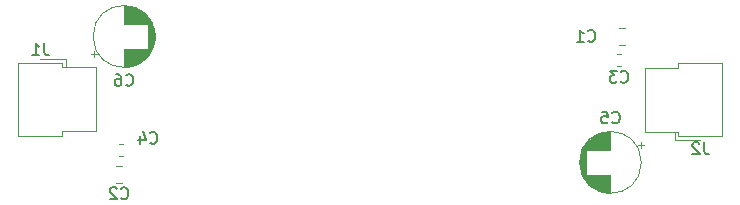
<source format=gbr>
G04 #@! TF.GenerationSoftware,KiCad,Pcbnew,(5.0.2)-1*
G04 #@! TF.CreationDate,2020-03-10T14:07:47-07:00*
G04 #@! TF.ProjectId,ring_illuminator,72696e67-5f69-46c6-9c75-6d696e61746f,rev?*
G04 #@! TF.SameCoordinates,Original*
G04 #@! TF.FileFunction,Legend,Bot*
G04 #@! TF.FilePolarity,Positive*
%FSLAX46Y46*%
G04 Gerber Fmt 4.6, Leading zero omitted, Abs format (unit mm)*
G04 Created by KiCad (PCBNEW (5.0.2)-1) date 3/10/2020 2:07:47 PM*
%MOMM*%
%LPD*%
G01*
G04 APERTURE LIST*
%ADD10C,0.120000*%
%ADD11C,0.150000*%
G04 APERTURE END LIST*
D10*
G04 #@! TO.C,C3*
X20893721Y4066000D02*
X21219279Y4066000D01*
X20893721Y3046000D02*
X21219279Y3046000D01*
G04 #@! TO.C,C4*
X-21270279Y-4574000D02*
X-20944721Y-4574000D01*
X-21270279Y-3554000D02*
X-20944721Y-3554000D01*
G04 #@! TO.C,C5*
X22890775Y-3355000D02*
X22890775Y-3855000D01*
X23140775Y-3605000D02*
X22640775Y-3605000D01*
X17735000Y-4796000D02*
X17735000Y-5364000D01*
X17775000Y-4562000D02*
X17775000Y-5598000D01*
X17815000Y-4403000D02*
X17815000Y-5757000D01*
X17855000Y-4275000D02*
X17855000Y-5885000D01*
X17895000Y-4165000D02*
X17895000Y-5995000D01*
X17935000Y-4069000D02*
X17935000Y-6091000D01*
X17975000Y-3982000D02*
X17975000Y-6178000D01*
X18015000Y-3902000D02*
X18015000Y-6258000D01*
X18055000Y-3829000D02*
X18055000Y-6331000D01*
X18095000Y-3761000D02*
X18095000Y-6399000D01*
X18135000Y-3697000D02*
X18135000Y-6463000D01*
X18175000Y-3637000D02*
X18175000Y-6523000D01*
X18215000Y-3580000D02*
X18215000Y-6580000D01*
X18255000Y-3526000D02*
X18255000Y-6634000D01*
X18295000Y-3475000D02*
X18295000Y-6685000D01*
X18335000Y-6120000D02*
X18335000Y-6733000D01*
X18335000Y-3427000D02*
X18335000Y-4040000D01*
X18375000Y-6120000D02*
X18375000Y-6779000D01*
X18375000Y-3381000D02*
X18375000Y-4040000D01*
X18415000Y-6120000D02*
X18415000Y-6823000D01*
X18415000Y-3337000D02*
X18415000Y-4040000D01*
X18455000Y-6120000D02*
X18455000Y-6865000D01*
X18455000Y-3295000D02*
X18455000Y-4040000D01*
X18495000Y-6120000D02*
X18495000Y-6906000D01*
X18495000Y-3254000D02*
X18495000Y-4040000D01*
X18535000Y-6120000D02*
X18535000Y-6944000D01*
X18535000Y-3216000D02*
X18535000Y-4040000D01*
X18575000Y-6120000D02*
X18575000Y-6981000D01*
X18575000Y-3179000D02*
X18575000Y-4040000D01*
X18615000Y-6120000D02*
X18615000Y-7017000D01*
X18615000Y-3143000D02*
X18615000Y-4040000D01*
X18655000Y-6120000D02*
X18655000Y-7051000D01*
X18655000Y-3109000D02*
X18655000Y-4040000D01*
X18695000Y-6120000D02*
X18695000Y-7084000D01*
X18695000Y-3076000D02*
X18695000Y-4040000D01*
X18735000Y-6120000D02*
X18735000Y-7115000D01*
X18735000Y-3045000D02*
X18735000Y-4040000D01*
X18775000Y-6120000D02*
X18775000Y-7145000D01*
X18775000Y-3015000D02*
X18775000Y-4040000D01*
X18815000Y-6120000D02*
X18815000Y-7175000D01*
X18815000Y-2985000D02*
X18815000Y-4040000D01*
X18855000Y-6120000D02*
X18855000Y-7202000D01*
X18855000Y-2958000D02*
X18855000Y-4040000D01*
X18895000Y-6120000D02*
X18895000Y-7229000D01*
X18895000Y-2931000D02*
X18895000Y-4040000D01*
X18935000Y-6120000D02*
X18935000Y-7255000D01*
X18935000Y-2905000D02*
X18935000Y-4040000D01*
X18975000Y-6120000D02*
X18975000Y-7280000D01*
X18975000Y-2880000D02*
X18975000Y-4040000D01*
X19015000Y-6120000D02*
X19015000Y-7304000D01*
X19015000Y-2856000D02*
X19015000Y-4040000D01*
X19055000Y-6120000D02*
X19055000Y-7327000D01*
X19055000Y-2833000D02*
X19055000Y-4040000D01*
X19095000Y-6120000D02*
X19095000Y-7348000D01*
X19095000Y-2812000D02*
X19095000Y-4040000D01*
X19135000Y-6120000D02*
X19135000Y-7370000D01*
X19135000Y-2790000D02*
X19135000Y-4040000D01*
X19175000Y-6120000D02*
X19175000Y-7390000D01*
X19175000Y-2770000D02*
X19175000Y-4040000D01*
X19215000Y-6120000D02*
X19215000Y-7409000D01*
X19215000Y-2751000D02*
X19215000Y-4040000D01*
X19255000Y-6120000D02*
X19255000Y-7428000D01*
X19255000Y-2732000D02*
X19255000Y-4040000D01*
X19295000Y-6120000D02*
X19295000Y-7445000D01*
X19295000Y-2715000D02*
X19295000Y-4040000D01*
X19335000Y-6120000D02*
X19335000Y-7462000D01*
X19335000Y-2698000D02*
X19335000Y-4040000D01*
X19375000Y-6120000D02*
X19375000Y-7478000D01*
X19375000Y-2682000D02*
X19375000Y-4040000D01*
X19415000Y-6120000D02*
X19415000Y-7494000D01*
X19415000Y-2666000D02*
X19415000Y-4040000D01*
X19455000Y-6120000D02*
X19455000Y-7508000D01*
X19455000Y-2652000D02*
X19455000Y-4040000D01*
X19495000Y-6120000D02*
X19495000Y-7522000D01*
X19495000Y-2638000D02*
X19495000Y-4040000D01*
X19535000Y-6120000D02*
X19535000Y-7535000D01*
X19535000Y-2625000D02*
X19535000Y-4040000D01*
X19575000Y-6120000D02*
X19575000Y-7548000D01*
X19575000Y-2612000D02*
X19575000Y-4040000D01*
X19615000Y-6120000D02*
X19615000Y-7560000D01*
X19615000Y-2600000D02*
X19615000Y-4040000D01*
X19656000Y-6120000D02*
X19656000Y-7571000D01*
X19656000Y-2589000D02*
X19656000Y-4040000D01*
X19696000Y-6120000D02*
X19696000Y-7581000D01*
X19696000Y-2579000D02*
X19696000Y-4040000D01*
X19736000Y-6120000D02*
X19736000Y-7591000D01*
X19736000Y-2569000D02*
X19736000Y-4040000D01*
X19776000Y-6120000D02*
X19776000Y-7600000D01*
X19776000Y-2560000D02*
X19776000Y-4040000D01*
X19816000Y-6120000D02*
X19816000Y-7608000D01*
X19816000Y-2552000D02*
X19816000Y-4040000D01*
X19856000Y-6120000D02*
X19856000Y-7616000D01*
X19856000Y-2544000D02*
X19856000Y-4040000D01*
X19896000Y-6120000D02*
X19896000Y-7623000D01*
X19896000Y-2537000D02*
X19896000Y-4040000D01*
X19936000Y-6120000D02*
X19936000Y-7630000D01*
X19936000Y-2530000D02*
X19936000Y-4040000D01*
X19976000Y-6120000D02*
X19976000Y-7636000D01*
X19976000Y-2524000D02*
X19976000Y-4040000D01*
X20016000Y-6120000D02*
X20016000Y-7641000D01*
X20016000Y-2519000D02*
X20016000Y-4040000D01*
X20056000Y-6120000D02*
X20056000Y-7645000D01*
X20056000Y-2515000D02*
X20056000Y-4040000D01*
X20096000Y-6120000D02*
X20096000Y-7649000D01*
X20096000Y-2511000D02*
X20096000Y-4040000D01*
X20136000Y-6120000D02*
X20136000Y-7653000D01*
X20136000Y-2507000D02*
X20136000Y-4040000D01*
X20176000Y-6120000D02*
X20176000Y-7656000D01*
X20176000Y-2504000D02*
X20176000Y-4040000D01*
X20216000Y-6120000D02*
X20216000Y-7658000D01*
X20216000Y-2502000D02*
X20216000Y-4040000D01*
X20256000Y-6120000D02*
X20256000Y-7659000D01*
X20256000Y-2501000D02*
X20256000Y-4040000D01*
X20296000Y-2500000D02*
X20296000Y-4040000D01*
X20296000Y-6120000D02*
X20296000Y-7660000D01*
X20336000Y-2500000D02*
X20336000Y-4040000D01*
X20336000Y-6120000D02*
X20336000Y-7660000D01*
X22956000Y-5080000D02*
G75*
G03X22956000Y-5080000I-2620000J0D01*
G01*
G04 #@! TO.C,C6*
X-18224000Y5588000D02*
G75*
G03X-18224000Y5588000I-2620000J0D01*
G01*
X-20844000Y6628000D02*
X-20844000Y8168000D01*
X-20844000Y3008000D02*
X-20844000Y4548000D01*
X-20804000Y6628000D02*
X-20804000Y8168000D01*
X-20804000Y3008000D02*
X-20804000Y4548000D01*
X-20764000Y3009000D02*
X-20764000Y4548000D01*
X-20764000Y6628000D02*
X-20764000Y8167000D01*
X-20724000Y3010000D02*
X-20724000Y4548000D01*
X-20724000Y6628000D02*
X-20724000Y8166000D01*
X-20684000Y3012000D02*
X-20684000Y4548000D01*
X-20684000Y6628000D02*
X-20684000Y8164000D01*
X-20644000Y3015000D02*
X-20644000Y4548000D01*
X-20644000Y6628000D02*
X-20644000Y8161000D01*
X-20604000Y3019000D02*
X-20604000Y4548000D01*
X-20604000Y6628000D02*
X-20604000Y8157000D01*
X-20564000Y3023000D02*
X-20564000Y4548000D01*
X-20564000Y6628000D02*
X-20564000Y8153000D01*
X-20524000Y3027000D02*
X-20524000Y4548000D01*
X-20524000Y6628000D02*
X-20524000Y8149000D01*
X-20484000Y3032000D02*
X-20484000Y4548000D01*
X-20484000Y6628000D02*
X-20484000Y8144000D01*
X-20444000Y3038000D02*
X-20444000Y4548000D01*
X-20444000Y6628000D02*
X-20444000Y8138000D01*
X-20404000Y3045000D02*
X-20404000Y4548000D01*
X-20404000Y6628000D02*
X-20404000Y8131000D01*
X-20364000Y3052000D02*
X-20364000Y4548000D01*
X-20364000Y6628000D02*
X-20364000Y8124000D01*
X-20324000Y3060000D02*
X-20324000Y4548000D01*
X-20324000Y6628000D02*
X-20324000Y8116000D01*
X-20284000Y3068000D02*
X-20284000Y4548000D01*
X-20284000Y6628000D02*
X-20284000Y8108000D01*
X-20244000Y3077000D02*
X-20244000Y4548000D01*
X-20244000Y6628000D02*
X-20244000Y8099000D01*
X-20204000Y3087000D02*
X-20204000Y4548000D01*
X-20204000Y6628000D02*
X-20204000Y8089000D01*
X-20164000Y3097000D02*
X-20164000Y4548000D01*
X-20164000Y6628000D02*
X-20164000Y8079000D01*
X-20123000Y3108000D02*
X-20123000Y4548000D01*
X-20123000Y6628000D02*
X-20123000Y8068000D01*
X-20083000Y3120000D02*
X-20083000Y4548000D01*
X-20083000Y6628000D02*
X-20083000Y8056000D01*
X-20043000Y3133000D02*
X-20043000Y4548000D01*
X-20043000Y6628000D02*
X-20043000Y8043000D01*
X-20003000Y3146000D02*
X-20003000Y4548000D01*
X-20003000Y6628000D02*
X-20003000Y8030000D01*
X-19963000Y3160000D02*
X-19963000Y4548000D01*
X-19963000Y6628000D02*
X-19963000Y8016000D01*
X-19923000Y3174000D02*
X-19923000Y4548000D01*
X-19923000Y6628000D02*
X-19923000Y8002000D01*
X-19883000Y3190000D02*
X-19883000Y4548000D01*
X-19883000Y6628000D02*
X-19883000Y7986000D01*
X-19843000Y3206000D02*
X-19843000Y4548000D01*
X-19843000Y6628000D02*
X-19843000Y7970000D01*
X-19803000Y3223000D02*
X-19803000Y4548000D01*
X-19803000Y6628000D02*
X-19803000Y7953000D01*
X-19763000Y3240000D02*
X-19763000Y4548000D01*
X-19763000Y6628000D02*
X-19763000Y7936000D01*
X-19723000Y3259000D02*
X-19723000Y4548000D01*
X-19723000Y6628000D02*
X-19723000Y7917000D01*
X-19683000Y3278000D02*
X-19683000Y4548000D01*
X-19683000Y6628000D02*
X-19683000Y7898000D01*
X-19643000Y3298000D02*
X-19643000Y4548000D01*
X-19643000Y6628000D02*
X-19643000Y7878000D01*
X-19603000Y3320000D02*
X-19603000Y4548000D01*
X-19603000Y6628000D02*
X-19603000Y7856000D01*
X-19563000Y3341000D02*
X-19563000Y4548000D01*
X-19563000Y6628000D02*
X-19563000Y7835000D01*
X-19523000Y3364000D02*
X-19523000Y4548000D01*
X-19523000Y6628000D02*
X-19523000Y7812000D01*
X-19483000Y3388000D02*
X-19483000Y4548000D01*
X-19483000Y6628000D02*
X-19483000Y7788000D01*
X-19443000Y3413000D02*
X-19443000Y4548000D01*
X-19443000Y6628000D02*
X-19443000Y7763000D01*
X-19403000Y3439000D02*
X-19403000Y4548000D01*
X-19403000Y6628000D02*
X-19403000Y7737000D01*
X-19363000Y3466000D02*
X-19363000Y4548000D01*
X-19363000Y6628000D02*
X-19363000Y7710000D01*
X-19323000Y3493000D02*
X-19323000Y4548000D01*
X-19323000Y6628000D02*
X-19323000Y7683000D01*
X-19283000Y3523000D02*
X-19283000Y4548000D01*
X-19283000Y6628000D02*
X-19283000Y7653000D01*
X-19243000Y3553000D02*
X-19243000Y4548000D01*
X-19243000Y6628000D02*
X-19243000Y7623000D01*
X-19203000Y3584000D02*
X-19203000Y4548000D01*
X-19203000Y6628000D02*
X-19203000Y7592000D01*
X-19163000Y3617000D02*
X-19163000Y4548000D01*
X-19163000Y6628000D02*
X-19163000Y7559000D01*
X-19123000Y3651000D02*
X-19123000Y4548000D01*
X-19123000Y6628000D02*
X-19123000Y7525000D01*
X-19083000Y3687000D02*
X-19083000Y4548000D01*
X-19083000Y6628000D02*
X-19083000Y7489000D01*
X-19043000Y3724000D02*
X-19043000Y4548000D01*
X-19043000Y6628000D02*
X-19043000Y7452000D01*
X-19003000Y3762000D02*
X-19003000Y4548000D01*
X-19003000Y6628000D02*
X-19003000Y7414000D01*
X-18963000Y3803000D02*
X-18963000Y4548000D01*
X-18963000Y6628000D02*
X-18963000Y7373000D01*
X-18923000Y3845000D02*
X-18923000Y4548000D01*
X-18923000Y6628000D02*
X-18923000Y7331000D01*
X-18883000Y3889000D02*
X-18883000Y4548000D01*
X-18883000Y6628000D02*
X-18883000Y7287000D01*
X-18843000Y3935000D02*
X-18843000Y4548000D01*
X-18843000Y6628000D02*
X-18843000Y7241000D01*
X-18803000Y3983000D02*
X-18803000Y7193000D01*
X-18763000Y4034000D02*
X-18763000Y7142000D01*
X-18723000Y4088000D02*
X-18723000Y7088000D01*
X-18683000Y4145000D02*
X-18683000Y7031000D01*
X-18643000Y4205000D02*
X-18643000Y6971000D01*
X-18603000Y4269000D02*
X-18603000Y6907000D01*
X-18563000Y4337000D02*
X-18563000Y6839000D01*
X-18523000Y4410000D02*
X-18523000Y6766000D01*
X-18483000Y4490000D02*
X-18483000Y6686000D01*
X-18443000Y4577000D02*
X-18443000Y6599000D01*
X-18403000Y4673000D02*
X-18403000Y6503000D01*
X-18363000Y4783000D02*
X-18363000Y6393000D01*
X-18323000Y4911000D02*
X-18323000Y6265000D01*
X-18283000Y5070000D02*
X-18283000Y6106000D01*
X-18243000Y5304000D02*
X-18243000Y5872000D01*
X-23648775Y4113000D02*
X-23148775Y4113000D01*
X-23398775Y3863000D02*
X-23398775Y4363000D01*
G04 #@! TO.C,C1*
X21077422Y4878000D02*
X21594578Y4878000D01*
X21077422Y6298000D02*
X21594578Y6298000D01*
G04 #@! TO.C,C2*
X-21516078Y-6806000D02*
X-20998922Y-6806000D01*
X-21516078Y-5386000D02*
X-20998922Y-5386000D01*
G04 #@! TO.C,J1*
X-25790000Y3654000D02*
X-25790000Y2984000D01*
X-27940000Y3654000D02*
X-25790000Y3654000D01*
X-23230000Y-2436000D02*
X-23230000Y274000D01*
X-26090000Y-2436000D02*
X-23230000Y-2436000D01*
X-26090000Y-2806000D02*
X-26090000Y-2436000D01*
X-29790000Y-2806000D02*
X-26090000Y-2806000D01*
X-29790000Y274000D02*
X-29790000Y-2806000D01*
X-23230000Y2984000D02*
X-23230000Y274000D01*
X-26090000Y2984000D02*
X-23230000Y2984000D01*
X-26090000Y3354000D02*
X-26090000Y2984000D01*
X-29790000Y3354000D02*
X-26090000Y3354000D01*
X-29790000Y274000D02*
X-29790000Y3354000D01*
G04 #@! TO.C,J2*
X29790000Y234000D02*
X29790000Y-2846000D01*
X29790000Y-2846000D02*
X26090000Y-2846000D01*
X26090000Y-2846000D02*
X26090000Y-2476000D01*
X26090000Y-2476000D02*
X23230000Y-2476000D01*
X23230000Y-2476000D02*
X23230000Y234000D01*
X29790000Y234000D02*
X29790000Y3314000D01*
X29790000Y3314000D02*
X26090000Y3314000D01*
X26090000Y3314000D02*
X26090000Y2944000D01*
X26090000Y2944000D02*
X23230000Y2944000D01*
X23230000Y2944000D02*
X23230000Y234000D01*
X27940000Y-3146000D02*
X25790000Y-3146000D01*
X25790000Y-3146000D02*
X25790000Y-2476000D01*
G04 #@! TO.C,C3*
D11*
X21223166Y1768857D02*
X21270785Y1721238D01*
X21413642Y1673619D01*
X21508880Y1673619D01*
X21651738Y1721238D01*
X21746976Y1816476D01*
X21794595Y1911714D01*
X21842214Y2102190D01*
X21842214Y2245047D01*
X21794595Y2435523D01*
X21746976Y2530761D01*
X21651738Y2626000D01*
X21508880Y2673619D01*
X21413642Y2673619D01*
X21270785Y2626000D01*
X21223166Y2578380D01*
X20889833Y2673619D02*
X20270785Y2673619D01*
X20604119Y2292666D01*
X20461261Y2292666D01*
X20366023Y2245047D01*
X20318404Y2197428D01*
X20270785Y2102190D01*
X20270785Y1864095D01*
X20318404Y1768857D01*
X20366023Y1721238D01*
X20461261Y1673619D01*
X20746976Y1673619D01*
X20842214Y1721238D01*
X20889833Y1768857D01*
G04 #@! TO.C,C4*
X-18629333Y-3405142D02*
X-18581714Y-3452761D01*
X-18438857Y-3500380D01*
X-18343619Y-3500380D01*
X-18200761Y-3452761D01*
X-18105523Y-3357523D01*
X-18057904Y-3262285D01*
X-18010285Y-3071809D01*
X-18010285Y-2928952D01*
X-18057904Y-2738476D01*
X-18105523Y-2643238D01*
X-18200761Y-2548000D01*
X-18343619Y-2500380D01*
X-18438857Y-2500380D01*
X-18581714Y-2548000D01*
X-18629333Y-2595619D01*
X-19486476Y-2833714D02*
X-19486476Y-3500380D01*
X-19248380Y-2452761D02*
X-19010285Y-3167047D01*
X-19629333Y-3167047D01*
G04 #@! TO.C,C5*
X20502666Y-1687142D02*
X20550285Y-1734761D01*
X20693142Y-1782380D01*
X20788380Y-1782380D01*
X20931238Y-1734761D01*
X21026476Y-1639523D01*
X21074095Y-1544285D01*
X21121714Y-1353809D01*
X21121714Y-1210952D01*
X21074095Y-1020476D01*
X21026476Y-925238D01*
X20931238Y-830000D01*
X20788380Y-782380D01*
X20693142Y-782380D01*
X20550285Y-830000D01*
X20502666Y-877619D01*
X19597904Y-782380D02*
X20074095Y-782380D01*
X20121714Y-1258571D01*
X20074095Y-1210952D01*
X19978857Y-1163333D01*
X19740761Y-1163333D01*
X19645523Y-1210952D01*
X19597904Y-1258571D01*
X19550285Y-1353809D01*
X19550285Y-1591904D01*
X19597904Y-1687142D01*
X19645523Y-1734761D01*
X19740761Y-1782380D01*
X19978857Y-1782380D01*
X20074095Y-1734761D01*
X20121714Y-1687142D01*
G04 #@! TO.C,C6*
X-20677333Y1480857D02*
X-20629714Y1433238D01*
X-20486857Y1385619D01*
X-20391619Y1385619D01*
X-20248761Y1433238D01*
X-20153523Y1528476D01*
X-20105904Y1623714D01*
X-20058285Y1814190D01*
X-20058285Y1957047D01*
X-20105904Y2147523D01*
X-20153523Y2242761D01*
X-20248761Y2338000D01*
X-20391619Y2385619D01*
X-20486857Y2385619D01*
X-20629714Y2338000D01*
X-20677333Y2290380D01*
X-21534476Y2385619D02*
X-21344000Y2385619D01*
X-21248761Y2338000D01*
X-21201142Y2290380D01*
X-21105904Y2147523D01*
X-21058285Y1957047D01*
X-21058285Y1576095D01*
X-21105904Y1480857D01*
X-21153523Y1433238D01*
X-21248761Y1385619D01*
X-21439238Y1385619D01*
X-21534476Y1433238D01*
X-21582095Y1480857D01*
X-21629714Y1576095D01*
X-21629714Y1814190D01*
X-21582095Y1909428D01*
X-21534476Y1957047D01*
X-21439238Y2004666D01*
X-21248761Y2004666D01*
X-21153523Y1957047D01*
X-21105904Y1909428D01*
X-21058285Y1814190D01*
G04 #@! TO.C,C1*
X18454666Y5230857D02*
X18502285Y5183238D01*
X18645142Y5135619D01*
X18740380Y5135619D01*
X18883238Y5183238D01*
X18978476Y5278476D01*
X19026095Y5373714D01*
X19073714Y5564190D01*
X19073714Y5707047D01*
X19026095Y5897523D01*
X18978476Y5992761D01*
X18883238Y6088000D01*
X18740380Y6135619D01*
X18645142Y6135619D01*
X18502285Y6088000D01*
X18454666Y6040380D01*
X17502285Y5135619D02*
X18073714Y5135619D01*
X17788000Y5135619D02*
X17788000Y6135619D01*
X17883238Y5992761D01*
X17978476Y5897523D01*
X18073714Y5849904D01*
G04 #@! TO.C,C2*
X-21090833Y-8103142D02*
X-21043214Y-8150761D01*
X-20900357Y-8198380D01*
X-20805119Y-8198380D01*
X-20662261Y-8150761D01*
X-20567023Y-8055523D01*
X-20519404Y-7960285D01*
X-20471785Y-7769809D01*
X-20471785Y-7626952D01*
X-20519404Y-7436476D01*
X-20567023Y-7341238D01*
X-20662261Y-7246000D01*
X-20805119Y-7198380D01*
X-20900357Y-7198380D01*
X-21043214Y-7246000D01*
X-21090833Y-7293619D01*
X-21471785Y-7293619D02*
X-21519404Y-7246000D01*
X-21614642Y-7198380D01*
X-21852738Y-7198380D01*
X-21947976Y-7246000D01*
X-21995595Y-7293619D01*
X-22043214Y-7388857D01*
X-22043214Y-7484095D01*
X-21995595Y-7626952D01*
X-21424166Y-8198380D01*
X-22043214Y-8198380D01*
G04 #@! TO.C,J1*
X-27606666Y4991619D02*
X-27606666Y4277333D01*
X-27559047Y4134476D01*
X-27463809Y4039238D01*
X-27320952Y3991619D01*
X-27225714Y3991619D01*
X-28606666Y3991619D02*
X-28035238Y3991619D01*
X-28320952Y3991619D02*
X-28320952Y4991619D01*
X-28225714Y4848761D01*
X-28130476Y4753523D01*
X-28035238Y4705904D01*
G04 #@! TO.C,J2*
X28273333Y-3388380D02*
X28273333Y-4102666D01*
X28320952Y-4245523D01*
X28416190Y-4340761D01*
X28559047Y-4388380D01*
X28654285Y-4388380D01*
X27844761Y-3483619D02*
X27797142Y-3436000D01*
X27701904Y-3388380D01*
X27463809Y-3388380D01*
X27368571Y-3436000D01*
X27320952Y-3483619D01*
X27273333Y-3578857D01*
X27273333Y-3674095D01*
X27320952Y-3816952D01*
X27892380Y-4388380D01*
X27273333Y-4388380D01*
G04 #@! TD*
M02*

</source>
